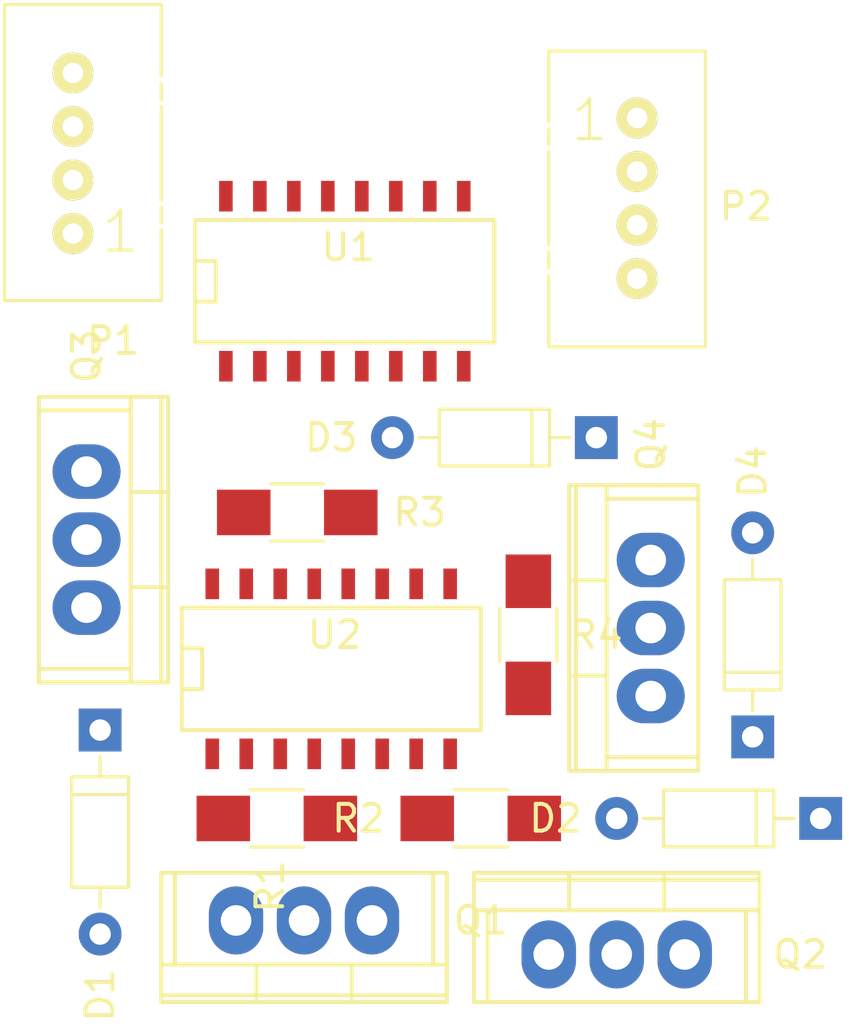
<source format=kicad_pcb>
(kicad_pcb (version 4) (host pcbnew 4.0.1-stable)

  (general
    (links 44)
    (no_connects 44)
    (area 0 0 0 0)
    (thickness 1.6)
    (drawings 0)
    (tracks 0)
    (zones 0)
    (modules 16)
    (nets 25)
  )

  (page A4)
  (layers
    (0 F.Cu signal)
    (31 B.Cu signal)
    (32 B.Adhes user)
    (33 F.Adhes user)
    (34 B.Paste user)
    (35 F.Paste user)
    (36 B.SilkS user)
    (37 F.SilkS user)
    (38 B.Mask user)
    (39 F.Mask user)
    (40 Dwgs.User user)
    (41 Cmts.User user)
    (42 Eco1.User user)
    (43 Eco2.User user)
    (44 Edge.Cuts user)
    (45 Margin user)
    (46 B.CrtYd user)
    (47 F.CrtYd user)
    (48 B.Fab user)
    (49 F.Fab user hide)
  )

  (setup
    (last_trace_width 0.25)
    (trace_clearance 0.2)
    (zone_clearance 0.508)
    (zone_45_only no)
    (trace_min 0.2)
    (segment_width 0.2)
    (edge_width 0.15)
    (via_size 0.6)
    (via_drill 0.4)
    (via_min_size 0.4)
    (via_min_drill 0.3)
    (uvia_size 0.3)
    (uvia_drill 0.1)
    (uvias_allowed no)
    (uvia_min_size 0.2)
    (uvia_min_drill 0.1)
    (pcb_text_width 0.3)
    (pcb_text_size 1.5 1.5)
    (mod_edge_width 0.15)
    (mod_text_size 1 1)
    (mod_text_width 0.15)
    (pad_size 1.524 1.524)
    (pad_drill 0.762)
    (pad_to_mask_clearance 0.2)
    (aux_axis_origin 0 0)
    (visible_elements 7FFEFFFF)
    (pcbplotparams
      (layerselection 0x010f0_80000001)
      (usegerberextensions false)
      (excludeedgelayer false)
      (linewidth 0.100000)
      (plotframeref false)
      (viasonmask false)
      (mode 1)
      (useauxorigin false)
      (hpglpennumber 1)
      (hpglpenspeed 20)
      (hpglpendiameter 15)
      (hpglpenoverlay 2)
      (psnegative false)
      (psa4output false)
      (plotreference true)
      (plotvalue false)
      (plotinvisibletext false)
      (padsonsilk true)
      (subtractmaskfromsilk false)
      (outputformat 1)
      (mirror false)
      (drillshape 0)
      (scaleselection 1)
      (outputdirectory ../../../))
  )

  (net 0 "")
  (net 1 "Net-(D1-Pad2)")
  (net 2 "Net-(D2-Pad2)")
  (net 3 "Net-(D3-Pad2)")
  (net 4 "Net-(D4-Pad2)")
  (net 5 GND)
  (net 6 "Net-(Q1-Pad1)")
  (net 7 "Net-(Q2-Pad1)")
  (net 8 "Net-(Q3-Pad1)")
  (net 9 "Net-(Q4-Pad1)")
  (net 10 "Net-(R1-Pad2)")
  (net 11 "Net-(R2-Pad2)")
  (net 12 "Net-(R3-Pad2)")
  (net 13 "Net-(R4-Pad2)")
  (net 14 /B1+)
  (net 15 /B1-)
  (net 16 /A1+)
  (net 17 /A1-)
  (net 18 /CLK)
  (net 19 /A2-)
  (net 20 /A2+)
  (net 21 /B2-)
  (net 22 /B2+)
  (net 23 VCC)
  (net 24 /DIR)

  (net_class Default "This is the default net class."
    (clearance 0.2)
    (trace_width 0.25)
    (via_dia 0.6)
    (via_drill 0.4)
    (uvia_dia 0.3)
    (uvia_drill 0.1)
  )

  (net_class "high current wire" ""
    (clearance 0.2)
    (trace_width 0.8)
    (via_dia 0.6)
    (via_drill 0.4)
    (uvia_dia 0.3)
    (uvia_drill 0.1)
    (add_net GND)
    (add_net "Net-(D1-Pad2)")
    (add_net "Net-(D2-Pad2)")
    (add_net "Net-(D3-Pad2)")
    (add_net "Net-(D4-Pad2)")
    (add_net VCC)
  )

  (net_class "thicker wire" ""
    (clearance 0.2)
    (trace_width 0.4)
    (via_dia 0.6)
    (via_drill 0.4)
    (uvia_dia 0.3)
    (uvia_drill 0.1)
    (add_net /A1+)
    (add_net /A1-)
    (add_net /A2+)
    (add_net /A2-)
    (add_net /B1+)
    (add_net /B1-)
    (add_net /B2+)
    (add_net /B2-)
    (add_net /CLK)
    (add_net /DIR)
    (add_net "Net-(Q1-Pad1)")
    (add_net "Net-(Q2-Pad1)")
    (add_net "Net-(Q3-Pad1)")
    (add_net "Net-(Q4-Pad1)")
    (add_net "Net-(R1-Pad2)")
    (add_net "Net-(R2-Pad2)")
    (add_net "Net-(R3-Pad2)")
    (add_net "Net-(R4-Pad2)")
  )

  (module Diodes_ThroughHole:D_DO-35_SOD27_P7.62mm_Horizontal (layer F.Cu) (tedit 58ABEB98) (tstamp 58ABF076)
    (at 184.912 116.84 270)
    (descr "D, DO-35_SOD27 series, Axial, Horizontal, pin pitch=7.62mm, , length*diameter=4*2mm^2, , http://www.diodes.com/_files/packages/DO-35.pdf")
    (tags "D DO-35_SOD27 series Axial Horizontal pin pitch 7.62mm  length 4mm diameter 2mm")
    (path /56F9D31C)
    (fp_text reference D1 (at 9.906 0 270) (layer F.SilkS)
      (effects (font (size 1 1) (thickness 0.15)))
    )
    (fp_text value 1N4003 (at 3.81 2.06 270) (layer F.Fab)
      (effects (font (size 1 1) (thickness 0.15)))
    )
    (fp_line (start 1.81 -1) (end 1.81 1) (layer F.Fab) (width 0.1))
    (fp_line (start 1.81 1) (end 5.81 1) (layer F.Fab) (width 0.1))
    (fp_line (start 5.81 1) (end 5.81 -1) (layer F.Fab) (width 0.1))
    (fp_line (start 5.81 -1) (end 1.81 -1) (layer F.Fab) (width 0.1))
    (fp_line (start 0 0) (end 1.81 0) (layer F.Fab) (width 0.1))
    (fp_line (start 7.62 0) (end 5.81 0) (layer F.Fab) (width 0.1))
    (fp_line (start 2.41 -1) (end 2.41 1) (layer F.Fab) (width 0.1))
    (fp_line (start 1.75 -1.06) (end 1.75 1.06) (layer F.SilkS) (width 0.12))
    (fp_line (start 1.75 1.06) (end 5.87 1.06) (layer F.SilkS) (width 0.12))
    (fp_line (start 5.87 1.06) (end 5.87 -1.06) (layer F.SilkS) (width 0.12))
    (fp_line (start 5.87 -1.06) (end 1.75 -1.06) (layer F.SilkS) (width 0.12))
    (fp_line (start 0.98 0) (end 1.75 0) (layer F.SilkS) (width 0.12))
    (fp_line (start 6.64 0) (end 5.87 0) (layer F.SilkS) (width 0.12))
    (fp_line (start 2.41 -1.06) (end 2.41 1.06) (layer F.SilkS) (width 0.12))
    (fp_line (start -1.05 -1.35) (end -1.05 1.35) (layer F.CrtYd) (width 0.05))
    (fp_line (start -1.05 1.35) (end 8.7 1.35) (layer F.CrtYd) (width 0.05))
    (fp_line (start 8.7 1.35) (end 8.7 -1.35) (layer F.CrtYd) (width 0.05))
    (fp_line (start 8.7 -1.35) (end -1.05 -1.35) (layer F.CrtYd) (width 0.05))
    (pad 1 thru_hole rect (at 0 0 270) (size 1.6 1.6) (drill 0.8) (layers *.Cu *.Mask)
      (net 23 VCC))
    (pad 2 thru_hole oval (at 7.62 0 270) (size 1.6 1.6) (drill 0.8) (layers *.Cu *.Mask)
      (net 1 "Net-(D1-Pad2)"))
    (model Diodes_THT.3dshapes/D_DO-35_SOD27_P7.62mm_Horizontal.wrl
      (at (xyz 0 0 0))
      (scale (xyz 0.393701 0.393701 0.393701))
      (rotate (xyz 0 0 0))
    )
  )

  (module Diodes_ThroughHole:D_DO-35_SOD27_P7.62mm_Horizontal (layer F.Cu) (tedit 58ABEB94) (tstamp 58ABF08E)
    (at 211.836 120.142 180)
    (descr "D, DO-35_SOD27 series, Axial, Horizontal, pin pitch=7.62mm, , length*diameter=4*2mm^2, , http://www.diodes.com/_files/packages/DO-35.pdf")
    (tags "D DO-35_SOD27 series Axial Horizontal pin pitch 7.62mm  length 4mm diameter 2mm")
    (path /571F21B4)
    (fp_text reference D2 (at 9.906 0 180) (layer F.SilkS)
      (effects (font (size 1 1) (thickness 0.15)))
    )
    (fp_text value 1N4003 (at 3.81 2.06 180) (layer F.Fab)
      (effects (font (size 1 1) (thickness 0.15)))
    )
    (fp_line (start 1.81 -1) (end 1.81 1) (layer F.Fab) (width 0.1))
    (fp_line (start 1.81 1) (end 5.81 1) (layer F.Fab) (width 0.1))
    (fp_line (start 5.81 1) (end 5.81 -1) (layer F.Fab) (width 0.1))
    (fp_line (start 5.81 -1) (end 1.81 -1) (layer F.Fab) (width 0.1))
    (fp_line (start 0 0) (end 1.81 0) (layer F.Fab) (width 0.1))
    (fp_line (start 7.62 0) (end 5.81 0) (layer F.Fab) (width 0.1))
    (fp_line (start 2.41 -1) (end 2.41 1) (layer F.Fab) (width 0.1))
    (fp_line (start 1.75 -1.06) (end 1.75 1.06) (layer F.SilkS) (width 0.12))
    (fp_line (start 1.75 1.06) (end 5.87 1.06) (layer F.SilkS) (width 0.12))
    (fp_line (start 5.87 1.06) (end 5.87 -1.06) (layer F.SilkS) (width 0.12))
    (fp_line (start 5.87 -1.06) (end 1.75 -1.06) (layer F.SilkS) (width 0.12))
    (fp_line (start 0.98 0) (end 1.75 0) (layer F.SilkS) (width 0.12))
    (fp_line (start 6.64 0) (end 5.87 0) (layer F.SilkS) (width 0.12))
    (fp_line (start 2.41 -1.06) (end 2.41 1.06) (layer F.SilkS) (width 0.12))
    (fp_line (start -1.05 -1.35) (end -1.05 1.35) (layer F.CrtYd) (width 0.05))
    (fp_line (start -1.05 1.35) (end 8.7 1.35) (layer F.CrtYd) (width 0.05))
    (fp_line (start 8.7 1.35) (end 8.7 -1.35) (layer F.CrtYd) (width 0.05))
    (fp_line (start 8.7 -1.35) (end -1.05 -1.35) (layer F.CrtYd) (width 0.05))
    (pad 1 thru_hole rect (at 0 0 180) (size 1.6 1.6) (drill 0.8) (layers *.Cu *.Mask)
      (net 23 VCC))
    (pad 2 thru_hole oval (at 7.62 0 180) (size 1.6 1.6) (drill 0.8) (layers *.Cu *.Mask)
      (net 2 "Net-(D2-Pad2)"))
    (model Diodes_THT.3dshapes/D_DO-35_SOD27_P7.62mm_Horizontal.wrl
      (at (xyz 0 0 0))
      (scale (xyz 0.393701 0.393701 0.393701))
      (rotate (xyz 0 0 0))
    )
  )

  (module Diodes_ThroughHole:D_DO-35_SOD27_P7.62mm_Horizontal (layer F.Cu) (tedit 58ABEB6E) (tstamp 58ABF0A6)
    (at 203.454 105.918 180)
    (descr "D, DO-35_SOD27 series, Axial, Horizontal, pin pitch=7.62mm, , length*diameter=4*2mm^2, , http://www.diodes.com/_files/packages/DO-35.pdf")
    (tags "D DO-35_SOD27 series Axial Horizontal pin pitch 7.62mm  length 4mm diameter 2mm")
    (path /571F23A9)
    (fp_text reference D3 (at 9.906 0 180) (layer F.SilkS)
      (effects (font (size 1 1) (thickness 0.15)))
    )
    (fp_text value 1N4003 (at 3.81 2.06 180) (layer F.Fab)
      (effects (font (size 1 1) (thickness 0.15)))
    )
    (fp_line (start 1.81 -1) (end 1.81 1) (layer F.Fab) (width 0.1))
    (fp_line (start 1.81 1) (end 5.81 1) (layer F.Fab) (width 0.1))
    (fp_line (start 5.81 1) (end 5.81 -1) (layer F.Fab) (width 0.1))
    (fp_line (start 5.81 -1) (end 1.81 -1) (layer F.Fab) (width 0.1))
    (fp_line (start 0 0) (end 1.81 0) (layer F.Fab) (width 0.1))
    (fp_line (start 7.62 0) (end 5.81 0) (layer F.Fab) (width 0.1))
    (fp_line (start 2.41 -1) (end 2.41 1) (layer F.Fab) (width 0.1))
    (fp_line (start 1.75 -1.06) (end 1.75 1.06) (layer F.SilkS) (width 0.12))
    (fp_line (start 1.75 1.06) (end 5.87 1.06) (layer F.SilkS) (width 0.12))
    (fp_line (start 5.87 1.06) (end 5.87 -1.06) (layer F.SilkS) (width 0.12))
    (fp_line (start 5.87 -1.06) (end 1.75 -1.06) (layer F.SilkS) (width 0.12))
    (fp_line (start 0.98 0) (end 1.75 0) (layer F.SilkS) (width 0.12))
    (fp_line (start 6.64 0) (end 5.87 0) (layer F.SilkS) (width 0.12))
    (fp_line (start 2.41 -1.06) (end 2.41 1.06) (layer F.SilkS) (width 0.12))
    (fp_line (start -1.05 -1.35) (end -1.05 1.35) (layer F.CrtYd) (width 0.05))
    (fp_line (start -1.05 1.35) (end 8.7 1.35) (layer F.CrtYd) (width 0.05))
    (fp_line (start 8.7 1.35) (end 8.7 -1.35) (layer F.CrtYd) (width 0.05))
    (fp_line (start 8.7 -1.35) (end -1.05 -1.35) (layer F.CrtYd) (width 0.05))
    (pad 1 thru_hole rect (at 0 0 180) (size 1.6 1.6) (drill 0.8) (layers *.Cu *.Mask)
      (net 23 VCC))
    (pad 2 thru_hole oval (at 7.62 0 180) (size 1.6 1.6) (drill 0.8) (layers *.Cu *.Mask)
      (net 3 "Net-(D3-Pad2)"))
    (model Diodes_THT.3dshapes/D_DO-35_SOD27_P7.62mm_Horizontal.wrl
      (at (xyz 0 0 0))
      (scale (xyz 0.393701 0.393701 0.393701))
      (rotate (xyz 0 0 0))
    )
  )

  (module Diodes_ThroughHole:D_DO-35_SOD27_P7.62mm_Horizontal (layer F.Cu) (tedit 58ABEB6A) (tstamp 58ABF0BE)
    (at 209.296 117.094 90)
    (descr "D, DO-35_SOD27 series, Axial, Horizontal, pin pitch=7.62mm, , length*diameter=4*2mm^2, , http://www.diodes.com/_files/packages/DO-35.pdf")
    (tags "D DO-35_SOD27 series Axial Horizontal pin pitch 7.62mm  length 4mm diameter 2mm")
    (path /571F23B1)
    (fp_text reference D4 (at 9.906 0 90) (layer F.SilkS)
      (effects (font (size 1 1) (thickness 0.15)))
    )
    (fp_text value 1N4003 (at 3.81 2.06 90) (layer F.Fab)
      (effects (font (size 1 1) (thickness 0.15)))
    )
    (fp_line (start 1.81 -1) (end 1.81 1) (layer F.Fab) (width 0.1))
    (fp_line (start 1.81 1) (end 5.81 1) (layer F.Fab) (width 0.1))
    (fp_line (start 5.81 1) (end 5.81 -1) (layer F.Fab) (width 0.1))
    (fp_line (start 5.81 -1) (end 1.81 -1) (layer F.Fab) (width 0.1))
    (fp_line (start 0 0) (end 1.81 0) (layer F.Fab) (width 0.1))
    (fp_line (start 7.62 0) (end 5.81 0) (layer F.Fab) (width 0.1))
    (fp_line (start 2.41 -1) (end 2.41 1) (layer F.Fab) (width 0.1))
    (fp_line (start 1.75 -1.06) (end 1.75 1.06) (layer F.SilkS) (width 0.12))
    (fp_line (start 1.75 1.06) (end 5.87 1.06) (layer F.SilkS) (width 0.12))
    (fp_line (start 5.87 1.06) (end 5.87 -1.06) (layer F.SilkS) (width 0.12))
    (fp_line (start 5.87 -1.06) (end 1.75 -1.06) (layer F.SilkS) (width 0.12))
    (fp_line (start 0.98 0) (end 1.75 0) (layer F.SilkS) (width 0.12))
    (fp_line (start 6.64 0) (end 5.87 0) (layer F.SilkS) (width 0.12))
    (fp_line (start 2.41 -1.06) (end 2.41 1.06) (layer F.SilkS) (width 0.12))
    (fp_line (start -1.05 -1.35) (end -1.05 1.35) (layer F.CrtYd) (width 0.05))
    (fp_line (start -1.05 1.35) (end 8.7 1.35) (layer F.CrtYd) (width 0.05))
    (fp_line (start 8.7 1.35) (end 8.7 -1.35) (layer F.CrtYd) (width 0.05))
    (fp_line (start 8.7 -1.35) (end -1.05 -1.35) (layer F.CrtYd) (width 0.05))
    (pad 1 thru_hole rect (at 0 0 90) (size 1.6 1.6) (drill 0.8) (layers *.Cu *.Mask)
      (net 23 VCC))
    (pad 2 thru_hole oval (at 7.62 0 90) (size 1.6 1.6) (drill 0.8) (layers *.Cu *.Mask)
      (net 4 "Net-(D4-Pad2)"))
    (model Diodes_THT.3dshapes/D_DO-35_SOD27_P7.62mm_Horizontal.wrl
      (at (xyz 0 0 0))
      (scale (xyz 0.393701 0.393701 0.393701))
      (rotate (xyz 0 0 0))
    )
  )

  (module Connect:Grove_1x04 (layer F.Cu) (tedit 587F9C9D) (tstamp 58ABF0C6)
    (at 183.896 98.298 180)
    (descr https://statics3.seeedstudio.com/images/opl/datasheet/3470130P1.pdf)
    (tags Grove-1x04)
    (path /58AC3CBE)
    (fp_text reference P1 (at -1.5 -4 180) (layer F.SilkS)
      (effects (font (size 1 1) (thickness 0.15)))
    )
    (fp_text value CONN_01X04 (at 4.19 2.83 270) (layer F.Fab)
      (effects (font (size 1 1) (thickness 0.15)))
    )
    (fp_line (start -3.45 -2.65) (end -3.45 8.7) (layer F.CrtYd) (width 0.05))
    (fp_line (start -3.45 8.7) (end 2.7 8.7) (layer F.CrtYd) (width 0.05))
    (fp_line (start 2.7 8.7) (end 2.7 -2.65) (layer F.CrtYd) (width 0.05))
    (fp_line (start -3.45 -2.65) (end 2.7 -2.65) (layer F.CrtYd) (width 0.05))
    (fp_line (start -3.3 5) (end -3.3 5.6) (layer F.SilkS) (width 0.12))
    (fp_line (start -3.3 0.4) (end -3.3 1) (layer F.SilkS) (width 0.12))
    (fp_line (start 2.55 -2.5) (end 2.55 8.55) (layer F.SilkS) (width 0.12))
    (fp_line (start -3.3 -2.5) (end 2.55 -2.5) (layer F.SilkS) (width 0.12))
    (fp_line (start -3.3 1.25) (end -3.3 4.75) (layer F.SilkS) (width 0.12))
    (fp_line (start -3.3 8.55) (end 2.55 8.55) (layer F.SilkS) (width 0.12))
    (fp_line (start -3.3 -2.5) (end -3.3 0.15) (layer F.SilkS) (width 0.12))
    (fp_line (start -3.3 5.9) (end -3.3 8.55) (layer F.SilkS) (width 0.12))
    (fp_line (start -2.9 -2.1) (end 2.2 -2.1) (layer F.Fab) (width 0.1))
    (fp_line (start 2.2 -2.1) (end 2.2 8.1) (layer F.Fab) (width 0.1))
    (fp_line (start 2.2 8.1) (end -2.9 8.1) (layer F.Fab) (width 0.1))
    (fp_line (start -2.9 8.1) (end -2.9 -2.1) (layer F.Fab) (width 0.1))
    (fp_text user 1 (at -1.775 0.075 180) (layer F.SilkS)
      (effects (font (size 1.5 1.5) (thickness 0.12)))
    )
    (pad 1 thru_hole circle (at 0 0 180) (size 1.524 1.524) (drill 0.762) (layers *.Cu *.Mask F.SilkS)
      (net 5 GND))
    (pad 2 thru_hole circle (at 0 2 180) (size 1.524 1.524) (drill 0.762) (layers *.Cu *.Mask F.SilkS)
      (net 23 VCC))
    (pad 3 thru_hole circle (at 0 4 180) (size 1.524 1.524) (drill 0.762) (layers *.Cu *.Mask F.SilkS)
      (net 24 /DIR))
    (pad 4 thru_hole circle (at 0 6 180) (size 1.524 1.524) (drill 0.762) (layers *.Cu *.Mask F.SilkS)
      (net 18 /CLK))
    (model Connectors.3dshapes/Grove_1x04.wrl
      (at (xyz 0 0 0))
      (scale (xyz 0.3937 0.3937 0.3937))
      (rotate (xyz 0 0 -90))
    )
  )

  (module Connect:Grove_1x04 (layer F.Cu) (tedit 58ABEC1B) (tstamp 58ABF0CE)
    (at 204.978 93.98)
    (descr https://statics3.seeedstudio.com/images/opl/datasheet/3470130P1.pdf)
    (tags Grove-1x04)
    (path /58AD964B)
    (fp_text reference P2 (at 4.064 3.302 180) (layer F.SilkS)
      (effects (font (size 1 1) (thickness 0.15)))
    )
    (fp_text value CONN_01X04 (at 4.19 2.83 90) (layer F.Fab)
      (effects (font (size 1 1) (thickness 0.15)))
    )
    (fp_line (start -3.45 -2.65) (end -3.45 8.7) (layer F.CrtYd) (width 0.05))
    (fp_line (start -3.45 8.7) (end 2.7 8.7) (layer F.CrtYd) (width 0.05))
    (fp_line (start 2.7 8.7) (end 2.7 -2.65) (layer F.CrtYd) (width 0.05))
    (fp_line (start -3.45 -2.65) (end 2.7 -2.65) (layer F.CrtYd) (width 0.05))
    (fp_line (start -3.3 5) (end -3.3 5.6) (layer F.SilkS) (width 0.12))
    (fp_line (start -3.3 0.4) (end -3.3 1) (layer F.SilkS) (width 0.12))
    (fp_line (start 2.55 -2.5) (end 2.55 8.55) (layer F.SilkS) (width 0.12))
    (fp_line (start -3.3 -2.5) (end 2.55 -2.5) (layer F.SilkS) (width 0.12))
    (fp_line (start -3.3 1.25) (end -3.3 4.75) (layer F.SilkS) (width 0.12))
    (fp_line (start -3.3 8.55) (end 2.55 8.55) (layer F.SilkS) (width 0.12))
    (fp_line (start -3.3 -2.5) (end -3.3 0.15) (layer F.SilkS) (width 0.12))
    (fp_line (start -3.3 5.9) (end -3.3 8.55) (layer F.SilkS) (width 0.12))
    (fp_line (start -2.9 -2.1) (end 2.2 -2.1) (layer F.Fab) (width 0.1))
    (fp_line (start 2.2 -2.1) (end 2.2 8.1) (layer F.Fab) (width 0.1))
    (fp_line (start 2.2 8.1) (end -2.9 8.1) (layer F.Fab) (width 0.1))
    (fp_line (start -2.9 8.1) (end -2.9 -2.1) (layer F.Fab) (width 0.1))
    (fp_text user 1 (at -1.775 0.075) (layer F.SilkS)
      (effects (font (size 1.5 1.5) (thickness 0.12)))
    )
    (pad 1 thru_hole circle (at 0 0) (size 1.524 1.524) (drill 0.762) (layers *.Cu *.Mask F.SilkS)
      (net 1 "Net-(D1-Pad2)"))
    (pad 2 thru_hole circle (at 0 2) (size 1.524 1.524) (drill 0.762) (layers *.Cu *.Mask F.SilkS)
      (net 2 "Net-(D2-Pad2)"))
    (pad 3 thru_hole circle (at 0 4) (size 1.524 1.524) (drill 0.762) (layers *.Cu *.Mask F.SilkS)
      (net 3 "Net-(D3-Pad2)"))
    (pad 4 thru_hole circle (at 0 6) (size 1.524 1.524) (drill 0.762) (layers *.Cu *.Mask F.SilkS)
      (net 4 "Net-(D4-Pad2)"))
    (model Connectors.3dshapes/Grove_1x04.wrl
      (at (xyz 0 0 0))
      (scale (xyz 0.3937 0.3937 0.3937))
      (rotate (xyz 0 0 -90))
    )
  )

  (module Power_Integrations:TO-220 (layer F.Cu) (tedit 58ABEBA8) (tstamp 58ABF0DF)
    (at 192.532 123.952 180)
    (descr "Non Isolated JEDEC TO-220 Package")
    (tags "Power Integration YN Package")
    (path /57217636)
    (fp_text reference Q1 (at -6.604 0 180) (layer F.SilkS)
      (effects (font (size 1 1) (thickness 0.15)))
    )
    (fp_text value TIP120 (at 0 -4.318 180) (layer F.Fab)
      (effects (font (size 1 1) (thickness 0.15)))
    )
    (fp_line (start 4.826 -1.651) (end 4.826 1.778) (layer F.SilkS) (width 0.15))
    (fp_line (start -4.826 -1.651) (end -4.826 1.778) (layer F.SilkS) (width 0.15))
    (fp_line (start 5.334 -2.794) (end -5.334 -2.794) (layer F.SilkS) (width 0.15))
    (fp_line (start 1.778 -1.778) (end 1.778 -3.048) (layer F.SilkS) (width 0.15))
    (fp_line (start -1.778 -1.778) (end -1.778 -3.048) (layer F.SilkS) (width 0.15))
    (fp_line (start -5.334 -1.651) (end 5.334 -1.651) (layer F.SilkS) (width 0.15))
    (fp_line (start 5.334 1.778) (end -5.334 1.778) (layer F.SilkS) (width 0.15))
    (fp_line (start -5.334 -3.048) (end -5.334 1.778) (layer F.SilkS) (width 0.15))
    (fp_line (start 5.334 -3.048) (end 5.334 1.778) (layer F.SilkS) (width 0.15))
    (fp_line (start 5.334 -3.048) (end -5.334 -3.048) (layer F.SilkS) (width 0.15))
    (pad 2 thru_hole oval (at 0 0 180) (size 2.032 2.54) (drill 1.143) (layers *.Cu *.Mask)
      (net 1 "Net-(D1-Pad2)"))
    (pad 3 thru_hole oval (at 2.54 0 180) (size 2.032 2.54) (drill 1.143) (layers *.Cu *.Mask)
      (net 5 GND))
    (pad 1 thru_hole oval (at -2.54 0 180) (size 2.032 2.54) (drill 1.143) (layers *.Cu *.Mask)
      (net 6 "Net-(Q1-Pad1)"))
  )

  (module Power_Integrations:TO-220 (layer F.Cu) (tedit 58ABEBA4) (tstamp 58ABF0F0)
    (at 204.216 125.222)
    (descr "Non Isolated JEDEC TO-220 Package")
    (tags "Power Integration YN Package")
    (path /57217280)
    (fp_text reference Q2 (at 6.858 0) (layer F.SilkS)
      (effects (font (size 1 1) (thickness 0.15)))
    )
    (fp_text value TIP120 (at 0 -4.318) (layer F.Fab)
      (effects (font (size 1 1) (thickness 0.15)))
    )
    (fp_line (start 4.826 -1.651) (end 4.826 1.778) (layer F.SilkS) (width 0.15))
    (fp_line (start -4.826 -1.651) (end -4.826 1.778) (layer F.SilkS) (width 0.15))
    (fp_line (start 5.334 -2.794) (end -5.334 -2.794) (layer F.SilkS) (width 0.15))
    (fp_line (start 1.778 -1.778) (end 1.778 -3.048) (layer F.SilkS) (width 0.15))
    (fp_line (start -1.778 -1.778) (end -1.778 -3.048) (layer F.SilkS) (width 0.15))
    (fp_line (start -5.334 -1.651) (end 5.334 -1.651) (layer F.SilkS) (width 0.15))
    (fp_line (start 5.334 1.778) (end -5.334 1.778) (layer F.SilkS) (width 0.15))
    (fp_line (start -5.334 -3.048) (end -5.334 1.778) (layer F.SilkS) (width 0.15))
    (fp_line (start 5.334 -3.048) (end 5.334 1.778) (layer F.SilkS) (width 0.15))
    (fp_line (start 5.334 -3.048) (end -5.334 -3.048) (layer F.SilkS) (width 0.15))
    (pad 2 thru_hole oval (at 0 0) (size 2.032 2.54) (drill 1.143) (layers *.Cu *.Mask)
      (net 2 "Net-(D2-Pad2)"))
    (pad 3 thru_hole oval (at 2.54 0) (size 2.032 2.54) (drill 1.143) (layers *.Cu *.Mask)
      (net 5 GND))
    (pad 1 thru_hole oval (at -2.54 0) (size 2.032 2.54) (drill 1.143) (layers *.Cu *.Mask)
      (net 7 "Net-(Q2-Pad1)"))
  )

  (module Power_Integrations:TO-220 (layer F.Cu) (tedit 58ABEB77) (tstamp 58ABF101)
    (at 184.404 109.728 270)
    (descr "Non Isolated JEDEC TO-220 Package")
    (tags "Power Integration YN Package")
    (path /57217303)
    (fp_text reference Q3 (at -6.858 0 270) (layer F.SilkS)
      (effects (font (size 1 1) (thickness 0.15)))
    )
    (fp_text value TIP120 (at 0 -4.318 270) (layer F.Fab)
      (effects (font (size 1 1) (thickness 0.15)))
    )
    (fp_line (start 4.826 -1.651) (end 4.826 1.778) (layer F.SilkS) (width 0.15))
    (fp_line (start -4.826 -1.651) (end -4.826 1.778) (layer F.SilkS) (width 0.15))
    (fp_line (start 5.334 -2.794) (end -5.334 -2.794) (layer F.SilkS) (width 0.15))
    (fp_line (start 1.778 -1.778) (end 1.778 -3.048) (layer F.SilkS) (width 0.15))
    (fp_line (start -1.778 -1.778) (end -1.778 -3.048) (layer F.SilkS) (width 0.15))
    (fp_line (start -5.334 -1.651) (end 5.334 -1.651) (layer F.SilkS) (width 0.15))
    (fp_line (start 5.334 1.778) (end -5.334 1.778) (layer F.SilkS) (width 0.15))
    (fp_line (start -5.334 -3.048) (end -5.334 1.778) (layer F.SilkS) (width 0.15))
    (fp_line (start 5.334 -3.048) (end 5.334 1.778) (layer F.SilkS) (width 0.15))
    (fp_line (start 5.334 -3.048) (end -5.334 -3.048) (layer F.SilkS) (width 0.15))
    (pad 2 thru_hole oval (at 0 0 270) (size 2.032 2.54) (drill 1.143) (layers *.Cu *.Mask)
      (net 3 "Net-(D3-Pad2)"))
    (pad 3 thru_hole oval (at 2.54 0 270) (size 2.032 2.54) (drill 1.143) (layers *.Cu *.Mask)
      (net 5 GND))
    (pad 1 thru_hole oval (at -2.54 0 270) (size 2.032 2.54) (drill 1.143) (layers *.Cu *.Mask)
      (net 8 "Net-(Q3-Pad1)"))
  )

  (module Power_Integrations:TO-220 (layer F.Cu) (tedit 58ABEB73) (tstamp 58ABF112)
    (at 205.486 113.03 90)
    (descr "Non Isolated JEDEC TO-220 Package")
    (tags "Power Integration YN Package")
    (path /572173B5)
    (fp_text reference Q4 (at 6.858 0 90) (layer F.SilkS)
      (effects (font (size 1 1) (thickness 0.15)))
    )
    (fp_text value TIP120 (at 0 -4.318 90) (layer F.Fab)
      (effects (font (size 1 1) (thickness 0.15)))
    )
    (fp_line (start 4.826 -1.651) (end 4.826 1.778) (layer F.SilkS) (width 0.15))
    (fp_line (start -4.826 -1.651) (end -4.826 1.778) (layer F.SilkS) (width 0.15))
    (fp_line (start 5.334 -2.794) (end -5.334 -2.794) (layer F.SilkS) (width 0.15))
    (fp_line (start 1.778 -1.778) (end 1.778 -3.048) (layer F.SilkS) (width 0.15))
    (fp_line (start -1.778 -1.778) (end -1.778 -3.048) (layer F.SilkS) (width 0.15))
    (fp_line (start -5.334 -1.651) (end 5.334 -1.651) (layer F.SilkS) (width 0.15))
    (fp_line (start 5.334 1.778) (end -5.334 1.778) (layer F.SilkS) (width 0.15))
    (fp_line (start -5.334 -3.048) (end -5.334 1.778) (layer F.SilkS) (width 0.15))
    (fp_line (start 5.334 -3.048) (end 5.334 1.778) (layer F.SilkS) (width 0.15))
    (fp_line (start 5.334 -3.048) (end -5.334 -3.048) (layer F.SilkS) (width 0.15))
    (pad 2 thru_hole oval (at 0 0 90) (size 2.032 2.54) (drill 1.143) (layers *.Cu *.Mask)
      (net 4 "Net-(D4-Pad2)"))
    (pad 3 thru_hole oval (at 2.54 0 90) (size 2.032 2.54) (drill 1.143) (layers *.Cu *.Mask)
      (net 5 GND))
    (pad 1 thru_hole oval (at -2.54 0 90) (size 2.032 2.54) (drill 1.143) (layers *.Cu *.Mask)
      (net 9 "Net-(Q4-Pad1)"))
  )

  (module Resistors_SMD:R_1206_HandSoldering (layer F.Cu) (tedit 58ABEC12) (tstamp 58ABF118)
    (at 191.516 120.142)
    (descr "Resistor SMD 1206, hand soldering")
    (tags "resistor 1206")
    (path /571EEB1C)
    (attr smd)
    (fp_text reference R1 (at -0.254 2.54 90) (layer F.SilkS)
      (effects (font (size 1 1) (thickness 0.15)))
    )
    (fp_text value 180 (at 0 1.9) (layer F.Fab)
      (effects (font (size 1 1) (thickness 0.15)))
    )
    (fp_text user %R (at 0 -1.85) (layer F.Fab)
      (effects (font (size 1 1) (thickness 0.15)))
    )
    (fp_line (start -1.6 0.8) (end -1.6 -0.8) (layer F.Fab) (width 0.1))
    (fp_line (start 1.6 0.8) (end -1.6 0.8) (layer F.Fab) (width 0.1))
    (fp_line (start 1.6 -0.8) (end 1.6 0.8) (layer F.Fab) (width 0.1))
    (fp_line (start -1.6 -0.8) (end 1.6 -0.8) (layer F.Fab) (width 0.1))
    (fp_line (start 1 1.07) (end -1 1.07) (layer F.SilkS) (width 0.12))
    (fp_line (start -1 -1.07) (end 1 -1.07) (layer F.SilkS) (width 0.12))
    (fp_line (start -3.25 -1.11) (end 3.25 -1.11) (layer F.CrtYd) (width 0.05))
    (fp_line (start -3.25 -1.11) (end -3.25 1.1) (layer F.CrtYd) (width 0.05))
    (fp_line (start 3.25 1.1) (end 3.25 -1.11) (layer F.CrtYd) (width 0.05))
    (fp_line (start 3.25 1.1) (end -3.25 1.1) (layer F.CrtYd) (width 0.05))
    (pad 1 smd rect (at -2 0) (size 2 1.7) (layers F.Cu F.Paste F.Mask)
      (net 6 "Net-(Q1-Pad1)"))
    (pad 2 smd rect (at 2 0) (size 2 1.7) (layers F.Cu F.Paste F.Mask)
      (net 10 "Net-(R1-Pad2)"))
    (model Resistors_SMD.3dshapes/R_1206.wrl
      (at (xyz 0 0 0))
      (scale (xyz 1 1 1))
      (rotate (xyz 0 0 0))
    )
  )

  (module Resistors_SMD:R_1206_HandSoldering (layer F.Cu) (tedit 58ABEC0D) (tstamp 58ABF11E)
    (at 199.136 120.142 180)
    (descr "Resistor SMD 1206, hand soldering")
    (tags "resistor 1206")
    (path /571EECCE)
    (attr smd)
    (fp_text reference R2 (at 4.572 0 180) (layer F.SilkS)
      (effects (font (size 1 1) (thickness 0.15)))
    )
    (fp_text value 180 (at 0 1.9 180) (layer F.Fab)
      (effects (font (size 1 1) (thickness 0.15)))
    )
    (fp_text user %R (at 0 -1.85 180) (layer F.Fab)
      (effects (font (size 1 1) (thickness 0.15)))
    )
    (fp_line (start -1.6 0.8) (end -1.6 -0.8) (layer F.Fab) (width 0.1))
    (fp_line (start 1.6 0.8) (end -1.6 0.8) (layer F.Fab) (width 0.1))
    (fp_line (start 1.6 -0.8) (end 1.6 0.8) (layer F.Fab) (width 0.1))
    (fp_line (start -1.6 -0.8) (end 1.6 -0.8) (layer F.Fab) (width 0.1))
    (fp_line (start 1 1.07) (end -1 1.07) (layer F.SilkS) (width 0.12))
    (fp_line (start -1 -1.07) (end 1 -1.07) (layer F.SilkS) (width 0.12))
    (fp_line (start -3.25 -1.11) (end 3.25 -1.11) (layer F.CrtYd) (width 0.05))
    (fp_line (start -3.25 -1.11) (end -3.25 1.1) (layer F.CrtYd) (width 0.05))
    (fp_line (start 3.25 1.1) (end 3.25 -1.11) (layer F.CrtYd) (width 0.05))
    (fp_line (start 3.25 1.1) (end -3.25 1.1) (layer F.CrtYd) (width 0.05))
    (pad 1 smd rect (at -2 0 180) (size 2 1.7) (layers F.Cu F.Paste F.Mask)
      (net 7 "Net-(Q2-Pad1)"))
    (pad 2 smd rect (at 2 0 180) (size 2 1.7) (layers F.Cu F.Paste F.Mask)
      (net 11 "Net-(R2-Pad2)"))
    (model Resistors_SMD.3dshapes/R_1206.wrl
      (at (xyz 0 0 0))
      (scale (xyz 1 1 1))
      (rotate (xyz 0 0 0))
    )
  )

  (module Resistors_SMD:R_1206_HandSoldering (layer F.Cu) (tedit 58ABEC0A) (tstamp 58ABF124)
    (at 192.278 108.712)
    (descr "Resistor SMD 1206, hand soldering")
    (tags "resistor 1206")
    (path /571EED22)
    (attr smd)
    (fp_text reference R3 (at 4.572 0) (layer F.SilkS)
      (effects (font (size 1 1) (thickness 0.15)))
    )
    (fp_text value 180 (at 0 1.9) (layer F.Fab)
      (effects (font (size 1 1) (thickness 0.15)))
    )
    (fp_text user %R (at 0 -1.85) (layer F.Fab)
      (effects (font (size 1 1) (thickness 0.15)))
    )
    (fp_line (start -1.6 0.8) (end -1.6 -0.8) (layer F.Fab) (width 0.1))
    (fp_line (start 1.6 0.8) (end -1.6 0.8) (layer F.Fab) (width 0.1))
    (fp_line (start 1.6 -0.8) (end 1.6 0.8) (layer F.Fab) (width 0.1))
    (fp_line (start -1.6 -0.8) (end 1.6 -0.8) (layer F.Fab) (width 0.1))
    (fp_line (start 1 1.07) (end -1 1.07) (layer F.SilkS) (width 0.12))
    (fp_line (start -1 -1.07) (end 1 -1.07) (layer F.SilkS) (width 0.12))
    (fp_line (start -3.25 -1.11) (end 3.25 -1.11) (layer F.CrtYd) (width 0.05))
    (fp_line (start -3.25 -1.11) (end -3.25 1.1) (layer F.CrtYd) (width 0.05))
    (fp_line (start 3.25 1.1) (end 3.25 -1.11) (layer F.CrtYd) (width 0.05))
    (fp_line (start 3.25 1.1) (end -3.25 1.1) (layer F.CrtYd) (width 0.05))
    (pad 1 smd rect (at -2 0) (size 2 1.7) (layers F.Cu F.Paste F.Mask)
      (net 8 "Net-(Q3-Pad1)"))
    (pad 2 smd rect (at 2 0) (size 2 1.7) (layers F.Cu F.Paste F.Mask)
      (net 12 "Net-(R3-Pad2)"))
    (model Resistors_SMD.3dshapes/R_1206.wrl
      (at (xyz 0 0 0))
      (scale (xyz 1 1 1))
      (rotate (xyz 0 0 0))
    )
  )

  (module Resistors_SMD:R_1206_HandSoldering (layer F.Cu) (tedit 58ABEC21) (tstamp 58ABF12A)
    (at 200.914 113.284 90)
    (descr "Resistor SMD 1206, hand soldering")
    (tags "resistor 1206")
    (path /571EED28)
    (attr smd)
    (fp_text reference R4 (at 0 2.54 180) (layer F.SilkS)
      (effects (font (size 1 1) (thickness 0.15)))
    )
    (fp_text value 180 (at 0 1.9 90) (layer F.Fab)
      (effects (font (size 1 1) (thickness 0.15)))
    )
    (fp_text user %R (at 0 -1.85 90) (layer F.Fab)
      (effects (font (size 1 1) (thickness 0.15)))
    )
    (fp_line (start -1.6 0.8) (end -1.6 -0.8) (layer F.Fab) (width 0.1))
    (fp_line (start 1.6 0.8) (end -1.6 0.8) (layer F.Fab) (width 0.1))
    (fp_line (start 1.6 -0.8) (end 1.6 0.8) (layer F.Fab) (width 0.1))
    (fp_line (start -1.6 -0.8) (end 1.6 -0.8) (layer F.Fab) (width 0.1))
    (fp_line (start 1 1.07) (end -1 1.07) (layer F.SilkS) (width 0.12))
    (fp_line (start -1 -1.07) (end 1 -1.07) (layer F.SilkS) (width 0.12))
    (fp_line (start -3.25 -1.11) (end 3.25 -1.11) (layer F.CrtYd) (width 0.05))
    (fp_line (start -3.25 -1.11) (end -3.25 1.1) (layer F.CrtYd) (width 0.05))
    (fp_line (start 3.25 1.1) (end 3.25 -1.11) (layer F.CrtYd) (width 0.05))
    (fp_line (start 3.25 1.1) (end -3.25 1.1) (layer F.CrtYd) (width 0.05))
    (pad 1 smd rect (at -2 0 90) (size 2 1.7) (layers F.Cu F.Paste F.Mask)
      (net 9 "Net-(Q4-Pad1)"))
    (pad 2 smd rect (at 2 0 90) (size 2 1.7) (layers F.Cu F.Paste F.Mask)
      (net 13 "Net-(R4-Pad2)"))
    (model Resistors_SMD.3dshapes/R_1206.wrl
      (at (xyz 0 0 0))
      (scale (xyz 1 1 1))
      (rotate (xyz 0 0 0))
    )
  )

  (module SMD_Packages:SO-16-N (layer F.Cu) (tedit 0) (tstamp 58ABF145)
    (at 194.056 100.076)
    (descr "Module CMS SOJ 16 pins large")
    (tags "CMS SOJ")
    (path /56F9A966)
    (attr smd)
    (fp_text reference U1 (at 0.127 -1.27) (layer F.SilkS)
      (effects (font (size 1 1) (thickness 0.15)))
    )
    (fp_text value 74LS175 (at 0 1.27) (layer F.Fab)
      (effects (font (size 1 1) (thickness 0.15)))
    )
    (fp_line (start -5.588 -0.762) (end -4.826 -0.762) (layer F.SilkS) (width 0.15))
    (fp_line (start -4.826 -0.762) (end -4.826 0.762) (layer F.SilkS) (width 0.15))
    (fp_line (start -4.826 0.762) (end -5.588 0.762) (layer F.SilkS) (width 0.15))
    (fp_line (start 5.588 -2.286) (end 5.588 2.286) (layer F.SilkS) (width 0.15))
    (fp_line (start 5.588 2.286) (end -5.588 2.286) (layer F.SilkS) (width 0.15))
    (fp_line (start -5.588 2.286) (end -5.588 -2.286) (layer F.SilkS) (width 0.15))
    (fp_line (start -5.588 -2.286) (end 5.588 -2.286) (layer F.SilkS) (width 0.15))
    (pad 16 smd rect (at -4.445 -3.175) (size 0.508 1.143) (layers F.Cu F.Paste F.Mask)
      (net 23 VCC))
    (pad 14 smd rect (at -1.905 -3.175) (size 0.508 1.143) (layers F.Cu F.Paste F.Mask)
      (net 21 /B2-))
    (pad 13 smd rect (at -0.635 -3.175) (size 0.508 1.143) (layers F.Cu F.Paste F.Mask)
      (net 19 /A2-))
    (pad 12 smd rect (at 0.635 -3.175) (size 0.508 1.143) (layers F.Cu F.Paste F.Mask)
      (net 21 /B2-))
    (pad 11 smd rect (at 1.905 -3.175) (size 0.508 1.143) (layers F.Cu F.Paste F.Mask)
      (net 20 /A2+))
    (pad 10 smd rect (at 3.175 -3.175) (size 0.508 1.143) (layers F.Cu F.Paste F.Mask)
      (net 19 /A2-))
    (pad 9 smd rect (at 4.445 -3.175) (size 0.508 1.143) (layers F.Cu F.Paste F.Mask)
      (net 18 /CLK))
    (pad 8 smd rect (at 4.445 3.175) (size 0.508 1.143) (layers F.Cu F.Paste F.Mask)
      (net 5 GND))
    (pad 7 smd rect (at 3.175 3.175) (size 0.508 1.143) (layers F.Cu F.Paste F.Mask)
      (net 17 /A1-))
    (pad 6 smd rect (at 1.905 3.175) (size 0.508 1.143) (layers F.Cu F.Paste F.Mask)
      (net 16 /A1+))
    (pad 5 smd rect (at 0.635 3.175) (size 0.508 1.143) (layers F.Cu F.Paste F.Mask)
      (net 14 /B1+))
    (pad 4 smd rect (at -0.635 3.175) (size 0.508 1.143) (layers F.Cu F.Paste F.Mask)
      (net 16 /A1+))
    (pad 3 smd rect (at -1.905 3.175) (size 0.508 1.143) (layers F.Cu F.Paste F.Mask)
      (net 15 /B1-))
    (pad 2 smd rect (at -3.175 3.175) (size 0.508 1.143) (layers F.Cu F.Paste F.Mask)
      (net 14 /B1+))
    (pad 1 smd rect (at -4.445 3.175) (size 0.508 1.143) (layers F.Cu F.Paste F.Mask)
      (net 23 VCC))
    (pad 15 smd rect (at -3.175 -3.175) (size 0.508 1.143) (layers F.Cu F.Paste F.Mask)
      (net 22 /B2+))
    (model SMD_Packages.3dshapes/SO-16-N.wrl
      (at (xyz 0 0 0))
      (scale (xyz 0.5 0.4 0.5))
      (rotate (xyz 0 0 0))
    )
  )

  (module SMD_Packages:SO-16-N (layer F.Cu) (tedit 0) (tstamp 58ABF160)
    (at 193.548 114.554)
    (descr "Module CMS SOJ 16 pins large")
    (tags "CMS SOJ")
    (path /571E5331)
    (attr smd)
    (fp_text reference U2 (at 0.127 -1.27) (layer F.SilkS)
      (effects (font (size 1 1) (thickness 0.15)))
    )
    (fp_text value 74LS157 (at 0 1.27) (layer F.Fab)
      (effects (font (size 1 1) (thickness 0.15)))
    )
    (fp_line (start -5.588 -0.762) (end -4.826 -0.762) (layer F.SilkS) (width 0.15))
    (fp_line (start -4.826 -0.762) (end -4.826 0.762) (layer F.SilkS) (width 0.15))
    (fp_line (start -4.826 0.762) (end -5.588 0.762) (layer F.SilkS) (width 0.15))
    (fp_line (start 5.588 -2.286) (end 5.588 2.286) (layer F.SilkS) (width 0.15))
    (fp_line (start 5.588 2.286) (end -5.588 2.286) (layer F.SilkS) (width 0.15))
    (fp_line (start -5.588 2.286) (end -5.588 -2.286) (layer F.SilkS) (width 0.15))
    (fp_line (start -5.588 -2.286) (end 5.588 -2.286) (layer F.SilkS) (width 0.15))
    (pad 16 smd rect (at -4.445 -3.175) (size 0.508 1.143) (layers F.Cu F.Paste F.Mask)
      (net 23 VCC))
    (pad 14 smd rect (at -1.905 -3.175) (size 0.508 1.143) (layers F.Cu F.Paste F.Mask)
      (net 17 /A1-))
    (pad 13 smd rect (at -0.635 -3.175) (size 0.508 1.143) (layers F.Cu F.Paste F.Mask)
      (net 22 /B2+))
    (pad 12 smd rect (at 0.635 -3.175) (size 0.508 1.143) (layers F.Cu F.Paste F.Mask)
      (net 12 "Net-(R3-Pad2)"))
    (pad 11 smd rect (at 1.905 -3.175) (size 0.508 1.143) (layers F.Cu F.Paste F.Mask)
      (net 16 /A1+))
    (pad 10 smd rect (at 3.175 -3.175) (size 0.508 1.143) (layers F.Cu F.Paste F.Mask)
      (net 21 /B2-))
    (pad 9 smd rect (at 4.445 -3.175) (size 0.508 1.143) (layers F.Cu F.Paste F.Mask)
      (net 13 "Net-(R4-Pad2)"))
    (pad 8 smd rect (at 4.445 3.175) (size 0.508 1.143) (layers F.Cu F.Paste F.Mask)
      (net 5 GND))
    (pad 7 smd rect (at 3.175 3.175) (size 0.508 1.143) (layers F.Cu F.Paste F.Mask)
      (net 11 "Net-(R2-Pad2)"))
    (pad 6 smd rect (at 1.905 3.175) (size 0.508 1.143) (layers F.Cu F.Paste F.Mask)
      (net 20 /A2+))
    (pad 5 smd rect (at 0.635 3.175) (size 0.508 1.143) (layers F.Cu F.Paste F.Mask)
      (net 15 /B1-))
    (pad 4 smd rect (at -0.635 3.175) (size 0.508 1.143) (layers F.Cu F.Paste F.Mask)
      (net 10 "Net-(R1-Pad2)"))
    (pad 3 smd rect (at -1.905 3.175) (size 0.508 1.143) (layers F.Cu F.Paste F.Mask)
      (net 19 /A2-))
    (pad 2 smd rect (at -3.175 3.175) (size 0.508 1.143) (layers F.Cu F.Paste F.Mask)
      (net 14 /B1+))
    (pad 1 smd rect (at -4.445 3.175) (size 0.508 1.143) (layers F.Cu F.Paste F.Mask)
      (net 24 /DIR))
    (pad 15 smd rect (at -3.175 -3.175) (size 0.508 1.143) (layers F.Cu F.Paste F.Mask)
      (net 5 GND))
    (model SMD_Packages.3dshapes/SO-16-N.wrl
      (at (xyz 0 0 0))
      (scale (xyz 0.5 0.4 0.5))
      (rotate (xyz 0 0 0))
    )
  )

)

</source>
